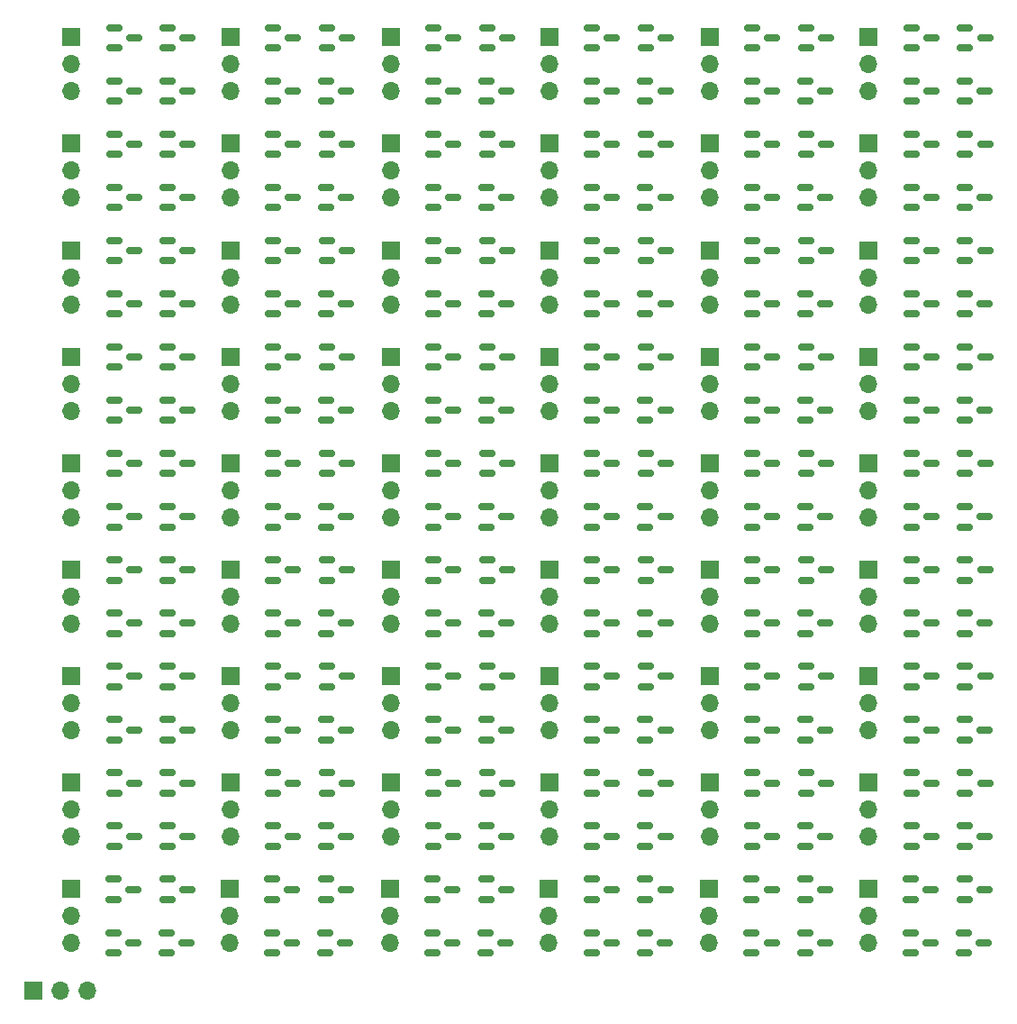
<source format=gbr>
%TF.GenerationSoftware,KiCad,Pcbnew,(6.0.10)*%
%TF.CreationDate,2023-01-14T17:24:48+01:00*%
%TF.ProjectId,transistor_party,7472616e-7369-4737-946f-725f70617274,rev?*%
%TF.SameCoordinates,Original*%
%TF.FileFunction,Soldermask,Top*%
%TF.FilePolarity,Negative*%
%FSLAX46Y46*%
G04 Gerber Fmt 4.6, Leading zero omitted, Abs format (unit mm)*
G04 Created by KiCad (PCBNEW (6.0.10)) date 2023-01-14 17:24:48*
%MOMM*%
%LPD*%
G01*
G04 APERTURE LIST*
G04 Aperture macros list*
%AMRoundRect*
0 Rectangle with rounded corners*
0 $1 Rounding radius*
0 $2 $3 $4 $5 $6 $7 $8 $9 X,Y pos of 4 corners*
0 Add a 4 corners polygon primitive as box body*
4,1,4,$2,$3,$4,$5,$6,$7,$8,$9,$2,$3,0*
0 Add four circle primitives for the rounded corners*
1,1,$1+$1,$2,$3*
1,1,$1+$1,$4,$5*
1,1,$1+$1,$6,$7*
1,1,$1+$1,$8,$9*
0 Add four rect primitives between the rounded corners*
20,1,$1+$1,$2,$3,$4,$5,0*
20,1,$1+$1,$4,$5,$6,$7,0*
20,1,$1+$1,$6,$7,$8,$9,0*
20,1,$1+$1,$8,$9,$2,$3,0*%
G04 Aperture macros list end*
%ADD10R,1.700000X1.700000*%
%ADD11O,1.700000X1.700000*%
%ADD12RoundRect,0.150000X-0.587500X-0.150000X0.587500X-0.150000X0.587500X0.150000X-0.587500X0.150000X0*%
G04 APERTURE END LIST*
D10*
%TO.C,J55*%
X54475000Y-125000000D03*
D11*
X57015000Y-125000000D03*
X59555000Y-125000000D03*
%TD*%
D12*
%TO.C,Q215*%
X136937500Y-119550000D03*
X136937500Y-121450000D03*
X138812500Y-120500000D03*
%TD*%
%TO.C,Q202*%
X128937500Y-115500000D03*
X127062500Y-116450000D03*
X127062500Y-114550000D03*
%TD*%
%TO.C,Q216*%
X141937500Y-119550000D03*
X141937500Y-121450000D03*
X143812500Y-120500000D03*
%TD*%
%TO.C,Q194*%
X68937500Y-115500000D03*
X67062500Y-116450000D03*
X67062500Y-114550000D03*
%TD*%
%TO.C,Q205*%
X62000000Y-119550000D03*
X62000000Y-121450000D03*
X63875000Y-120500000D03*
%TD*%
D11*
%TO.C,J49*%
X58000000Y-120540000D03*
X58000000Y-118000000D03*
D10*
X58000000Y-115460000D03*
%TD*%
D12*
%TO.C,Q206*%
X67000000Y-119550000D03*
X67000000Y-121450000D03*
X68875000Y-120500000D03*
%TD*%
D11*
%TO.C,J52*%
X102937500Y-120540000D03*
X102937500Y-118000000D03*
D10*
X102937500Y-115460000D03*
%TD*%
D12*
%TO.C,Q193*%
X63875000Y-115500000D03*
X62000000Y-116450000D03*
X62000000Y-114550000D03*
%TD*%
%TO.C,Q199*%
X108812500Y-115500000D03*
X106937500Y-116450000D03*
X106937500Y-114550000D03*
%TD*%
%TO.C,Q212*%
X111937500Y-119550000D03*
X111937500Y-121450000D03*
X113812500Y-120500000D03*
%TD*%
%TO.C,Q197*%
X93875000Y-115500000D03*
X92000000Y-116450000D03*
X92000000Y-114550000D03*
%TD*%
%TO.C,Q201*%
X123875000Y-115500000D03*
X122000000Y-116450000D03*
X122000000Y-114550000D03*
%TD*%
%TO.C,Q204*%
X143875000Y-115500000D03*
X142000000Y-116450000D03*
X142000000Y-114550000D03*
%TD*%
%TO.C,Q209*%
X92000000Y-119550000D03*
X92000000Y-121450000D03*
X93875000Y-120500000D03*
%TD*%
%TO.C,Q198*%
X98937500Y-115500000D03*
X97062500Y-116450000D03*
X97062500Y-114550000D03*
%TD*%
%TO.C,Q210*%
X97000000Y-119550000D03*
X97000000Y-121450000D03*
X98875000Y-120500000D03*
%TD*%
%TO.C,Q211*%
X106937500Y-119550000D03*
X106937500Y-121450000D03*
X108812500Y-120500000D03*
%TD*%
D11*
%TO.C,J51*%
X88000000Y-120540000D03*
X88000000Y-118000000D03*
D10*
X88000000Y-115460000D03*
%TD*%
D12*
%TO.C,Q200*%
X113875000Y-115500000D03*
X112000000Y-116450000D03*
X112000000Y-114550000D03*
%TD*%
%TO.C,Q196*%
X83875000Y-115500000D03*
X82000000Y-116450000D03*
X82000000Y-114550000D03*
%TD*%
%TO.C,Q207*%
X76937500Y-119550000D03*
X76937500Y-121450000D03*
X78812500Y-120500000D03*
%TD*%
%TO.C,Q195*%
X78812500Y-115500000D03*
X76937500Y-116450000D03*
X76937500Y-114550000D03*
%TD*%
D11*
%TO.C,J50*%
X72937500Y-120540000D03*
X72937500Y-118000000D03*
D10*
X72937500Y-115460000D03*
%TD*%
D12*
%TO.C,Q208*%
X81937500Y-119550000D03*
X81937500Y-121450000D03*
X83812500Y-120500000D03*
%TD*%
D11*
%TO.C,J53*%
X118000000Y-120540000D03*
X118000000Y-118000000D03*
D10*
X118000000Y-115460000D03*
%TD*%
D12*
%TO.C,Q213*%
X122000000Y-119550000D03*
X122000000Y-121450000D03*
X123875000Y-120500000D03*
%TD*%
%TO.C,Q203*%
X138812500Y-115500000D03*
X136937500Y-116450000D03*
X136937500Y-114550000D03*
%TD*%
D11*
%TO.C,J54*%
X132937500Y-120540000D03*
X132937500Y-118000000D03*
D10*
X132937500Y-115460000D03*
%TD*%
D12*
%TO.C,Q214*%
X127000000Y-119550000D03*
X127000000Y-121450000D03*
X128875000Y-120500000D03*
%TD*%
%TO.C,Q143*%
X137000000Y-89550000D03*
X137000000Y-91450000D03*
X138875000Y-90500000D03*
%TD*%
%TO.C,Q130*%
X129000000Y-85500000D03*
X127125000Y-86450000D03*
X127125000Y-84550000D03*
%TD*%
%TO.C,Q98*%
X69000000Y-75500000D03*
X67125000Y-76450000D03*
X67125000Y-74550000D03*
%TD*%
%TO.C,Q109*%
X62062500Y-79550000D03*
X62062500Y-81450000D03*
X63937500Y-80500000D03*
%TD*%
D11*
%TO.C,J25*%
X58062500Y-80540000D03*
X58062500Y-78000000D03*
D10*
X58062500Y-75460000D03*
%TD*%
D12*
%TO.C,Q110*%
X67062500Y-79550000D03*
X67062500Y-81450000D03*
X68937500Y-80500000D03*
%TD*%
D11*
%TO.C,J28*%
X103000000Y-80540000D03*
X103000000Y-78000000D03*
D10*
X103000000Y-75460000D03*
%TD*%
D12*
%TO.C,Q97*%
X63937500Y-75500000D03*
X62062500Y-76450000D03*
X62062500Y-74550000D03*
%TD*%
%TO.C,Q191*%
X137000000Y-109550000D03*
X137000000Y-111450000D03*
X138875000Y-110500000D03*
%TD*%
%TO.C,Q178*%
X129000000Y-105500000D03*
X127125000Y-106450000D03*
X127125000Y-104550000D03*
%TD*%
%TO.C,Q146*%
X69000000Y-95500000D03*
X67125000Y-96450000D03*
X67125000Y-94550000D03*
%TD*%
%TO.C,Q157*%
X62062500Y-99550000D03*
X62062500Y-101450000D03*
X63937500Y-100500000D03*
%TD*%
D11*
%TO.C,J37*%
X58062500Y-100540000D03*
X58062500Y-98000000D03*
D10*
X58062500Y-95460000D03*
%TD*%
D12*
%TO.C,Q158*%
X67062500Y-99550000D03*
X67062500Y-101450000D03*
X68937500Y-100500000D03*
%TD*%
D11*
%TO.C,J40*%
X103000000Y-100540000D03*
X103000000Y-98000000D03*
D10*
X103000000Y-95460000D03*
%TD*%
D12*
%TO.C,Q145*%
X63937500Y-95500000D03*
X62062500Y-96450000D03*
X62062500Y-94550000D03*
%TD*%
%TO.C,Q168*%
X142000000Y-99550000D03*
X142000000Y-101450000D03*
X143875000Y-100500000D03*
%TD*%
%TO.C,Q120*%
X142000000Y-79550000D03*
X142000000Y-81450000D03*
X143875000Y-80500000D03*
%TD*%
%TO.C,Q119*%
X137000000Y-79550000D03*
X137000000Y-81450000D03*
X138875000Y-80500000D03*
%TD*%
%TO.C,Q103*%
X108875000Y-75500000D03*
X107000000Y-76450000D03*
X107000000Y-74550000D03*
%TD*%
%TO.C,Q116*%
X112000000Y-79550000D03*
X112000000Y-81450000D03*
X113875000Y-80500000D03*
%TD*%
%TO.C,Q101*%
X93937500Y-75500000D03*
X92062500Y-76450000D03*
X92062500Y-74550000D03*
%TD*%
%TO.C,Q122*%
X69000000Y-85500000D03*
X67125000Y-86450000D03*
X67125000Y-84550000D03*
%TD*%
%TO.C,Q133*%
X62062500Y-89550000D03*
X62062500Y-91450000D03*
X63937500Y-90500000D03*
%TD*%
D11*
%TO.C,J31*%
X58062500Y-90540000D03*
X58062500Y-88000000D03*
D10*
X58062500Y-85460000D03*
%TD*%
D12*
%TO.C,Q134*%
X67062500Y-89550000D03*
X67062500Y-91450000D03*
X68937500Y-90500000D03*
%TD*%
D11*
%TO.C,J34*%
X103000000Y-90540000D03*
X103000000Y-88000000D03*
D10*
X103000000Y-85460000D03*
%TD*%
D12*
%TO.C,Q121*%
X63937500Y-85500000D03*
X62062500Y-86450000D03*
X62062500Y-84550000D03*
%TD*%
%TO.C,Q144*%
X142000000Y-89550000D03*
X142000000Y-91450000D03*
X143875000Y-90500000D03*
%TD*%
%TO.C,Q192*%
X142000000Y-109550000D03*
X142000000Y-111450000D03*
X143875000Y-110500000D03*
%TD*%
%TO.C,Q127*%
X108875000Y-85500000D03*
X107000000Y-86450000D03*
X107000000Y-84550000D03*
%TD*%
%TO.C,Q140*%
X112000000Y-89550000D03*
X112000000Y-91450000D03*
X113875000Y-90500000D03*
%TD*%
%TO.C,Q125*%
X93937500Y-85500000D03*
X92062500Y-86450000D03*
X92062500Y-84550000D03*
%TD*%
%TO.C,Q129*%
X123937500Y-85500000D03*
X122062500Y-86450000D03*
X122062500Y-84550000D03*
%TD*%
%TO.C,Q132*%
X143937500Y-85500000D03*
X142062500Y-86450000D03*
X142062500Y-84550000D03*
%TD*%
%TO.C,Q137*%
X92062500Y-89550000D03*
X92062500Y-91450000D03*
X93937500Y-90500000D03*
%TD*%
%TO.C,Q126*%
X99000000Y-85500000D03*
X97125000Y-86450000D03*
X97125000Y-84550000D03*
%TD*%
%TO.C,Q138*%
X97062500Y-89550000D03*
X97062500Y-91450000D03*
X98937500Y-90500000D03*
%TD*%
%TO.C,Q139*%
X107000000Y-89550000D03*
X107000000Y-91450000D03*
X108875000Y-90500000D03*
%TD*%
D11*
%TO.C,J33*%
X88062500Y-90540000D03*
X88062500Y-88000000D03*
D10*
X88062500Y-85460000D03*
%TD*%
D12*
%TO.C,Q128*%
X113937500Y-85500000D03*
X112062500Y-86450000D03*
X112062500Y-84550000D03*
%TD*%
%TO.C,Q124*%
X83937500Y-85500000D03*
X82062500Y-86450000D03*
X82062500Y-84550000D03*
%TD*%
%TO.C,Q135*%
X77000000Y-89550000D03*
X77000000Y-91450000D03*
X78875000Y-90500000D03*
%TD*%
D11*
%TO.C,J39*%
X88062500Y-100540000D03*
X88062500Y-98000000D03*
D10*
X88062500Y-95460000D03*
%TD*%
D12*
%TO.C,Q152*%
X113937500Y-95500000D03*
X112062500Y-96450000D03*
X112062500Y-94550000D03*
%TD*%
%TO.C,Q148*%
X83937500Y-95500000D03*
X82062500Y-96450000D03*
X82062500Y-94550000D03*
%TD*%
%TO.C,Q159*%
X77000000Y-99550000D03*
X77000000Y-101450000D03*
X78875000Y-100500000D03*
%TD*%
%TO.C,Q147*%
X78875000Y-95500000D03*
X77000000Y-96450000D03*
X77000000Y-94550000D03*
%TD*%
D11*
%TO.C,J38*%
X73000000Y-100540000D03*
X73000000Y-98000000D03*
D10*
X73000000Y-95460000D03*
%TD*%
D12*
%TO.C,Q160*%
X82000000Y-99550000D03*
X82000000Y-101450000D03*
X83875000Y-100500000D03*
%TD*%
%TO.C,Q166*%
X127062500Y-99550000D03*
X127062500Y-101450000D03*
X128937500Y-100500000D03*
%TD*%
%TO.C,Q154*%
X129000000Y-95500000D03*
X127125000Y-96450000D03*
X127125000Y-94550000D03*
%TD*%
D11*
%TO.C,J42*%
X133000000Y-100540000D03*
X133000000Y-98000000D03*
D10*
X133000000Y-95460000D03*
%TD*%
D12*
%TO.C,Q165*%
X122062500Y-99550000D03*
X122062500Y-101450000D03*
X123937500Y-100500000D03*
%TD*%
D11*
%TO.C,J41*%
X118062500Y-100540000D03*
X118062500Y-98000000D03*
D10*
X118062500Y-95460000D03*
%TD*%
D12*
%TO.C,Q155*%
X138875000Y-95500000D03*
X137000000Y-96450000D03*
X137000000Y-94550000D03*
%TD*%
%TO.C,Q105*%
X123937500Y-75500000D03*
X122062500Y-76450000D03*
X122062500Y-74550000D03*
%TD*%
%TO.C,Q123*%
X78875000Y-85500000D03*
X77000000Y-86450000D03*
X77000000Y-84550000D03*
%TD*%
D11*
%TO.C,J32*%
X73000000Y-90540000D03*
X73000000Y-88000000D03*
D10*
X73000000Y-85460000D03*
%TD*%
D12*
%TO.C,Q136*%
X82000000Y-89550000D03*
X82000000Y-91450000D03*
X83875000Y-90500000D03*
%TD*%
D11*
%TO.C,J35*%
X118062500Y-90540000D03*
X118062500Y-88000000D03*
D10*
X118062500Y-85460000D03*
%TD*%
D12*
%TO.C,Q141*%
X122062500Y-89550000D03*
X122062500Y-91450000D03*
X123937500Y-90500000D03*
%TD*%
%TO.C,Q131*%
X138875000Y-85500000D03*
X137000000Y-86450000D03*
X137000000Y-84550000D03*
%TD*%
D11*
%TO.C,J36*%
X133000000Y-90540000D03*
X133000000Y-88000000D03*
D10*
X133000000Y-85460000D03*
%TD*%
D12*
%TO.C,Q108*%
X143937500Y-75500000D03*
X142062500Y-76450000D03*
X142062500Y-74550000D03*
%TD*%
%TO.C,Q167*%
X137000000Y-99550000D03*
X137000000Y-101450000D03*
X138875000Y-100500000D03*
%TD*%
%TO.C,Q151*%
X108875000Y-95500000D03*
X107000000Y-96450000D03*
X107000000Y-94550000D03*
%TD*%
%TO.C,Q164*%
X112000000Y-99550000D03*
X112000000Y-101450000D03*
X113875000Y-100500000D03*
%TD*%
%TO.C,Q149*%
X93937500Y-95500000D03*
X92062500Y-96450000D03*
X92062500Y-94550000D03*
%TD*%
%TO.C,Q170*%
X69000000Y-105500000D03*
X67125000Y-106450000D03*
X67125000Y-104550000D03*
%TD*%
%TO.C,Q181*%
X62062500Y-109550000D03*
X62062500Y-111450000D03*
X63937500Y-110500000D03*
%TD*%
D11*
%TO.C,J43*%
X58062500Y-110540000D03*
X58062500Y-108000000D03*
D10*
X58062500Y-105460000D03*
%TD*%
D12*
%TO.C,Q182*%
X67062500Y-109550000D03*
X67062500Y-111450000D03*
X68937500Y-110500000D03*
%TD*%
D11*
%TO.C,J46*%
X103000000Y-110540000D03*
X103000000Y-108000000D03*
D10*
X103000000Y-105460000D03*
%TD*%
D12*
%TO.C,Q169*%
X63937500Y-105500000D03*
X62062500Y-106450000D03*
X62062500Y-104550000D03*
%TD*%
%TO.C,Q175*%
X108875000Y-105500000D03*
X107000000Y-106450000D03*
X107000000Y-104550000D03*
%TD*%
%TO.C,Q188*%
X112000000Y-109550000D03*
X112000000Y-111450000D03*
X113875000Y-110500000D03*
%TD*%
%TO.C,Q173*%
X93937500Y-105500000D03*
X92062500Y-106450000D03*
X92062500Y-104550000D03*
%TD*%
%TO.C,Q177*%
X123937500Y-105500000D03*
X122062500Y-106450000D03*
X122062500Y-104550000D03*
%TD*%
%TO.C,Q180*%
X143937500Y-105500000D03*
X142062500Y-106450000D03*
X142062500Y-104550000D03*
%TD*%
%TO.C,Q185*%
X92062500Y-109550000D03*
X92062500Y-111450000D03*
X93937500Y-110500000D03*
%TD*%
%TO.C,Q174*%
X99000000Y-105500000D03*
X97125000Y-106450000D03*
X97125000Y-104550000D03*
%TD*%
%TO.C,Q186*%
X97062500Y-109550000D03*
X97062500Y-111450000D03*
X98937500Y-110500000D03*
%TD*%
%TO.C,Q187*%
X107000000Y-109550000D03*
X107000000Y-111450000D03*
X108875000Y-110500000D03*
%TD*%
D11*
%TO.C,J45*%
X88062500Y-110540000D03*
X88062500Y-108000000D03*
D10*
X88062500Y-105460000D03*
%TD*%
D12*
%TO.C,Q176*%
X113937500Y-105500000D03*
X112062500Y-106450000D03*
X112062500Y-104550000D03*
%TD*%
%TO.C,Q172*%
X83937500Y-105500000D03*
X82062500Y-106450000D03*
X82062500Y-104550000D03*
%TD*%
%TO.C,Q183*%
X77000000Y-109550000D03*
X77000000Y-111450000D03*
X78875000Y-110500000D03*
%TD*%
%TO.C,Q153*%
X123937500Y-95500000D03*
X122062500Y-96450000D03*
X122062500Y-94550000D03*
%TD*%
%TO.C,Q171*%
X78875000Y-105500000D03*
X77000000Y-106450000D03*
X77000000Y-104550000D03*
%TD*%
D11*
%TO.C,J44*%
X73000000Y-110540000D03*
X73000000Y-108000000D03*
D10*
X73000000Y-105460000D03*
%TD*%
D12*
%TO.C,Q184*%
X82000000Y-109550000D03*
X82000000Y-111450000D03*
X83875000Y-110500000D03*
%TD*%
D11*
%TO.C,J47*%
X118062500Y-110540000D03*
X118062500Y-108000000D03*
D10*
X118062500Y-105460000D03*
%TD*%
D12*
%TO.C,Q189*%
X122062500Y-109550000D03*
X122062500Y-111450000D03*
X123937500Y-110500000D03*
%TD*%
%TO.C,Q179*%
X138875000Y-105500000D03*
X137000000Y-106450000D03*
X137000000Y-104550000D03*
%TD*%
D11*
%TO.C,J48*%
X133000000Y-110540000D03*
X133000000Y-108000000D03*
D10*
X133000000Y-105460000D03*
%TD*%
D12*
%TO.C,Q156*%
X143937500Y-95500000D03*
X142062500Y-96450000D03*
X142062500Y-94550000D03*
%TD*%
%TO.C,Q190*%
X127062500Y-109550000D03*
X127062500Y-111450000D03*
X128937500Y-110500000D03*
%TD*%
%TO.C,Q161*%
X92062500Y-99550000D03*
X92062500Y-101450000D03*
X93937500Y-100500000D03*
%TD*%
%TO.C,Q150*%
X99000000Y-95500000D03*
X97125000Y-96450000D03*
X97125000Y-94550000D03*
%TD*%
%TO.C,Q162*%
X97062500Y-99550000D03*
X97062500Y-101450000D03*
X98937500Y-100500000D03*
%TD*%
%TO.C,Q163*%
X107000000Y-99550000D03*
X107000000Y-101450000D03*
X108875000Y-100500000D03*
%TD*%
%TO.C,Q142*%
X127062500Y-89550000D03*
X127062500Y-91450000D03*
X128937500Y-90500000D03*
%TD*%
%TO.C,Q113*%
X92062500Y-79550000D03*
X92062500Y-81450000D03*
X93937500Y-80500000D03*
%TD*%
%TO.C,Q102*%
X99000000Y-75500000D03*
X97125000Y-76450000D03*
X97125000Y-74550000D03*
%TD*%
%TO.C,Q114*%
X97062500Y-79550000D03*
X97062500Y-81450000D03*
X98937500Y-80500000D03*
%TD*%
%TO.C,Q115*%
X107000000Y-79550000D03*
X107000000Y-81450000D03*
X108875000Y-80500000D03*
%TD*%
D11*
%TO.C,J27*%
X88062500Y-80540000D03*
X88062500Y-78000000D03*
D10*
X88062500Y-75460000D03*
%TD*%
D12*
%TO.C,Q104*%
X113937500Y-75500000D03*
X112062500Y-76450000D03*
X112062500Y-74550000D03*
%TD*%
%TO.C,Q100*%
X83937500Y-75500000D03*
X82062500Y-76450000D03*
X82062500Y-74550000D03*
%TD*%
%TO.C,Q111*%
X77000000Y-79550000D03*
X77000000Y-81450000D03*
X78875000Y-80500000D03*
%TD*%
%TO.C,Q99*%
X78875000Y-75500000D03*
X77000000Y-76450000D03*
X77000000Y-74550000D03*
%TD*%
D11*
%TO.C,J26*%
X73000000Y-80540000D03*
X73000000Y-78000000D03*
D10*
X73000000Y-75460000D03*
%TD*%
D12*
%TO.C,Q112*%
X82000000Y-79550000D03*
X82000000Y-81450000D03*
X83875000Y-80500000D03*
%TD*%
%TO.C,Q118*%
X127062500Y-79550000D03*
X127062500Y-81450000D03*
X128937500Y-80500000D03*
%TD*%
%TO.C,Q106*%
X129000000Y-75500000D03*
X127125000Y-76450000D03*
X127125000Y-74550000D03*
%TD*%
D11*
%TO.C,J30*%
X133000000Y-80540000D03*
X133000000Y-78000000D03*
D10*
X133000000Y-75460000D03*
%TD*%
D11*
%TO.C,J29*%
X118062500Y-80540000D03*
X118062500Y-78000000D03*
D10*
X118062500Y-75460000D03*
%TD*%
D12*
%TO.C,Q117*%
X122062500Y-79550000D03*
X122062500Y-81450000D03*
X123937500Y-80500000D03*
%TD*%
%TO.C,Q107*%
X138875000Y-75500000D03*
X137000000Y-76450000D03*
X137000000Y-74550000D03*
%TD*%
%TO.C,Q95*%
X137000000Y-69550000D03*
X137000000Y-71450000D03*
X138875000Y-70500000D03*
%TD*%
%TO.C,Q82*%
X129000000Y-65500000D03*
X127125000Y-66450000D03*
X127125000Y-64550000D03*
%TD*%
%TO.C,Q50*%
X69000000Y-55500000D03*
X67125000Y-56450000D03*
X67125000Y-54550000D03*
%TD*%
%TO.C,Q61*%
X62062500Y-59550000D03*
X62062500Y-61450000D03*
X63937500Y-60500000D03*
%TD*%
D11*
%TO.C,J13*%
X58062500Y-60540000D03*
X58062500Y-58000000D03*
D10*
X58062500Y-55460000D03*
%TD*%
D12*
%TO.C,Q62*%
X67062500Y-59550000D03*
X67062500Y-61450000D03*
X68937500Y-60500000D03*
%TD*%
D11*
%TO.C,J16*%
X103000000Y-60540000D03*
X103000000Y-58000000D03*
D10*
X103000000Y-55460000D03*
%TD*%
D12*
%TO.C,Q49*%
X63937500Y-55500000D03*
X62062500Y-56450000D03*
X62062500Y-54550000D03*
%TD*%
%TO.C,Q72*%
X142000000Y-59550000D03*
X142000000Y-61450000D03*
X143875000Y-60500000D03*
%TD*%
%TO.C,Q71*%
X137000000Y-59550000D03*
X137000000Y-61450000D03*
X138875000Y-60500000D03*
%TD*%
%TO.C,Q55*%
X108875000Y-55500000D03*
X107000000Y-56450000D03*
X107000000Y-54550000D03*
%TD*%
%TO.C,Q68*%
X112000000Y-59550000D03*
X112000000Y-61450000D03*
X113875000Y-60500000D03*
%TD*%
%TO.C,Q53*%
X93937500Y-55500000D03*
X92062500Y-56450000D03*
X92062500Y-54550000D03*
%TD*%
%TO.C,Q74*%
X69000000Y-65500000D03*
X67125000Y-66450000D03*
X67125000Y-64550000D03*
%TD*%
%TO.C,Q85*%
X62062500Y-69550000D03*
X62062500Y-71450000D03*
X63937500Y-70500000D03*
%TD*%
D11*
%TO.C,J19*%
X58062500Y-70540000D03*
X58062500Y-68000000D03*
D10*
X58062500Y-65460000D03*
%TD*%
D12*
%TO.C,Q86*%
X67062500Y-69550000D03*
X67062500Y-71450000D03*
X68937500Y-70500000D03*
%TD*%
D11*
%TO.C,J22*%
X103000000Y-70540000D03*
X103000000Y-68000000D03*
D10*
X103000000Y-65460000D03*
%TD*%
D12*
%TO.C,Q73*%
X63937500Y-65500000D03*
X62062500Y-66450000D03*
X62062500Y-64550000D03*
%TD*%
%TO.C,Q96*%
X142000000Y-69550000D03*
X142000000Y-71450000D03*
X143875000Y-70500000D03*
%TD*%
%TO.C,Q79*%
X108875000Y-65500000D03*
X107000000Y-66450000D03*
X107000000Y-64550000D03*
%TD*%
%TO.C,Q92*%
X112000000Y-69550000D03*
X112000000Y-71450000D03*
X113875000Y-70500000D03*
%TD*%
%TO.C,Q77*%
X93937500Y-65500000D03*
X92062500Y-66450000D03*
X92062500Y-64550000D03*
%TD*%
%TO.C,Q81*%
X123937500Y-65500000D03*
X122062500Y-66450000D03*
X122062500Y-64550000D03*
%TD*%
%TO.C,Q84*%
X143937500Y-65500000D03*
X142062500Y-66450000D03*
X142062500Y-64550000D03*
%TD*%
%TO.C,Q89*%
X92062500Y-69550000D03*
X92062500Y-71450000D03*
X93937500Y-70500000D03*
%TD*%
%TO.C,Q78*%
X99000000Y-65500000D03*
X97125000Y-66450000D03*
X97125000Y-64550000D03*
%TD*%
%TO.C,Q90*%
X97062500Y-69550000D03*
X97062500Y-71450000D03*
X98937500Y-70500000D03*
%TD*%
%TO.C,Q91*%
X107000000Y-69550000D03*
X107000000Y-71450000D03*
X108875000Y-70500000D03*
%TD*%
D11*
%TO.C,J21*%
X88062500Y-70540000D03*
X88062500Y-68000000D03*
D10*
X88062500Y-65460000D03*
%TD*%
D12*
%TO.C,Q80*%
X113937500Y-65500000D03*
X112062500Y-66450000D03*
X112062500Y-64550000D03*
%TD*%
%TO.C,Q76*%
X83937500Y-65500000D03*
X82062500Y-66450000D03*
X82062500Y-64550000D03*
%TD*%
%TO.C,Q87*%
X77000000Y-69550000D03*
X77000000Y-71450000D03*
X78875000Y-70500000D03*
%TD*%
%TO.C,Q57*%
X123937500Y-55500000D03*
X122062500Y-56450000D03*
X122062500Y-54550000D03*
%TD*%
%TO.C,Q75*%
X78875000Y-65500000D03*
X77000000Y-66450000D03*
X77000000Y-64550000D03*
%TD*%
D11*
%TO.C,J20*%
X73000000Y-70540000D03*
X73000000Y-68000000D03*
D10*
X73000000Y-65460000D03*
%TD*%
D12*
%TO.C,Q88*%
X82000000Y-69550000D03*
X82000000Y-71450000D03*
X83875000Y-70500000D03*
%TD*%
D11*
%TO.C,J23*%
X118062500Y-70540000D03*
X118062500Y-68000000D03*
D10*
X118062500Y-65460000D03*
%TD*%
D12*
%TO.C,Q93*%
X122062500Y-69550000D03*
X122062500Y-71450000D03*
X123937500Y-70500000D03*
%TD*%
%TO.C,Q83*%
X138875000Y-65500000D03*
X137000000Y-66450000D03*
X137000000Y-64550000D03*
%TD*%
D11*
%TO.C,J24*%
X133000000Y-70540000D03*
X133000000Y-68000000D03*
D10*
X133000000Y-65460000D03*
%TD*%
D12*
%TO.C,Q60*%
X143937500Y-55500000D03*
X142062500Y-56450000D03*
X142062500Y-54550000D03*
%TD*%
%TO.C,Q94*%
X127062500Y-69550000D03*
X127062500Y-71450000D03*
X128937500Y-70500000D03*
%TD*%
%TO.C,Q65*%
X92062500Y-59550000D03*
X92062500Y-61450000D03*
X93937500Y-60500000D03*
%TD*%
%TO.C,Q54*%
X99000000Y-55500000D03*
X97125000Y-56450000D03*
X97125000Y-54550000D03*
%TD*%
%TO.C,Q66*%
X97062500Y-59550000D03*
X97062500Y-61450000D03*
X98937500Y-60500000D03*
%TD*%
%TO.C,Q67*%
X107000000Y-59550000D03*
X107000000Y-61450000D03*
X108875000Y-60500000D03*
%TD*%
D11*
%TO.C,J15*%
X88062500Y-60540000D03*
X88062500Y-58000000D03*
D10*
X88062500Y-55460000D03*
%TD*%
D12*
%TO.C,Q56*%
X113937500Y-55500000D03*
X112062500Y-56450000D03*
X112062500Y-54550000D03*
%TD*%
%TO.C,Q52*%
X83937500Y-55500000D03*
X82062500Y-56450000D03*
X82062500Y-54550000D03*
%TD*%
%TO.C,Q63*%
X77000000Y-59550000D03*
X77000000Y-61450000D03*
X78875000Y-60500000D03*
%TD*%
%TO.C,Q51*%
X78875000Y-55500000D03*
X77000000Y-56450000D03*
X77000000Y-54550000D03*
%TD*%
D11*
%TO.C,J14*%
X73000000Y-60540000D03*
X73000000Y-58000000D03*
D10*
X73000000Y-55460000D03*
%TD*%
D12*
%TO.C,Q64*%
X82000000Y-59550000D03*
X82000000Y-61450000D03*
X83875000Y-60500000D03*
%TD*%
%TO.C,Q70*%
X127062500Y-59550000D03*
X127062500Y-61450000D03*
X128937500Y-60500000D03*
%TD*%
%TO.C,Q58*%
X129000000Y-55500000D03*
X127125000Y-56450000D03*
X127125000Y-54550000D03*
%TD*%
D11*
%TO.C,J18*%
X133000000Y-60540000D03*
X133000000Y-58000000D03*
D10*
X133000000Y-55460000D03*
%TD*%
D11*
%TO.C,J17*%
X118062500Y-60540000D03*
X118062500Y-58000000D03*
D10*
X118062500Y-55460000D03*
%TD*%
D12*
%TO.C,Q69*%
X122062500Y-59550000D03*
X122062500Y-61450000D03*
X123937500Y-60500000D03*
%TD*%
%TO.C,Q59*%
X138875000Y-55500000D03*
X137000000Y-56450000D03*
X137000000Y-54550000D03*
%TD*%
%TO.C,Q26*%
X69000000Y-45500000D03*
X67125000Y-46450000D03*
X67125000Y-44550000D03*
%TD*%
%TO.C,Q37*%
X62062500Y-49550000D03*
X62062500Y-51450000D03*
X63937500Y-50500000D03*
%TD*%
D11*
%TO.C,J7*%
X58062500Y-50540000D03*
X58062500Y-48000000D03*
D10*
X58062500Y-45460000D03*
%TD*%
D12*
%TO.C,Q38*%
X67062500Y-49550000D03*
X67062500Y-51450000D03*
X68937500Y-50500000D03*
%TD*%
D11*
%TO.C,J10*%
X103000000Y-50540000D03*
X103000000Y-48000000D03*
D10*
X103000000Y-45460000D03*
%TD*%
D12*
%TO.C,Q25*%
X63937500Y-45500000D03*
X62062500Y-46450000D03*
X62062500Y-44550000D03*
%TD*%
%TO.C,Q48*%
X142000000Y-49550000D03*
X142000000Y-51450000D03*
X143875000Y-50500000D03*
%TD*%
%TO.C,Q47*%
X137000000Y-49550000D03*
X137000000Y-51450000D03*
X138875000Y-50500000D03*
%TD*%
%TO.C,Q31*%
X108875000Y-45500000D03*
X107000000Y-46450000D03*
X107000000Y-44550000D03*
%TD*%
%TO.C,Q44*%
X112000000Y-49550000D03*
X112000000Y-51450000D03*
X113875000Y-50500000D03*
%TD*%
%TO.C,Q29*%
X93937500Y-45500000D03*
X92062500Y-46450000D03*
X92062500Y-44550000D03*
%TD*%
%TO.C,Q33*%
X123937500Y-45500000D03*
X122062500Y-46450000D03*
X122062500Y-44550000D03*
%TD*%
%TO.C,Q36*%
X143937500Y-45500000D03*
X142062500Y-46450000D03*
X142062500Y-44550000D03*
%TD*%
%TO.C,Q41*%
X92062500Y-49550000D03*
X92062500Y-51450000D03*
X93937500Y-50500000D03*
%TD*%
%TO.C,Q30*%
X99000000Y-45500000D03*
X97125000Y-46450000D03*
X97125000Y-44550000D03*
%TD*%
%TO.C,Q42*%
X97062500Y-49550000D03*
X97062500Y-51450000D03*
X98937500Y-50500000D03*
%TD*%
%TO.C,Q43*%
X107000000Y-49550000D03*
X107000000Y-51450000D03*
X108875000Y-50500000D03*
%TD*%
D11*
%TO.C,J9*%
X88062500Y-50540000D03*
X88062500Y-48000000D03*
D10*
X88062500Y-45460000D03*
%TD*%
D12*
%TO.C,Q32*%
X113937500Y-45500000D03*
X112062500Y-46450000D03*
X112062500Y-44550000D03*
%TD*%
%TO.C,Q28*%
X83937500Y-45500000D03*
X82062500Y-46450000D03*
X82062500Y-44550000D03*
%TD*%
%TO.C,Q39*%
X77000000Y-49550000D03*
X77000000Y-51450000D03*
X78875000Y-50500000D03*
%TD*%
%TO.C,Q27*%
X78875000Y-45500000D03*
X77000000Y-46450000D03*
X77000000Y-44550000D03*
%TD*%
D11*
%TO.C,J8*%
X73000000Y-50540000D03*
X73000000Y-48000000D03*
D10*
X73000000Y-45460000D03*
%TD*%
D12*
%TO.C,Q40*%
X82000000Y-49550000D03*
X82000000Y-51450000D03*
X83875000Y-50500000D03*
%TD*%
%TO.C,Q46*%
X127062500Y-49550000D03*
X127062500Y-51450000D03*
X128937500Y-50500000D03*
%TD*%
%TO.C,Q34*%
X129000000Y-45500000D03*
X127125000Y-46450000D03*
X127125000Y-44550000D03*
%TD*%
D11*
%TO.C,J12*%
X133000000Y-50540000D03*
X133000000Y-48000000D03*
D10*
X133000000Y-45460000D03*
%TD*%
D11*
%TO.C,J11*%
X118062500Y-50540000D03*
X118062500Y-48000000D03*
D10*
X118062500Y-45460000D03*
%TD*%
D12*
%TO.C,Q45*%
X122062500Y-49550000D03*
X122062500Y-51450000D03*
X123937500Y-50500000D03*
%TD*%
%TO.C,Q35*%
X138875000Y-45500000D03*
X137000000Y-46450000D03*
X137000000Y-44550000D03*
%TD*%
D11*
%TO.C,J6*%
X133000000Y-40540000D03*
X133000000Y-38000000D03*
D10*
X133000000Y-35460000D03*
%TD*%
D12*
%TO.C,Q11*%
X138875000Y-35500000D03*
X137000000Y-36450000D03*
X137000000Y-34550000D03*
%TD*%
%TO.C,Q24*%
X142000000Y-39550000D03*
X142000000Y-41450000D03*
X143875000Y-40500000D03*
%TD*%
%TO.C,Q9*%
X123937500Y-35500000D03*
X122062500Y-36450000D03*
X122062500Y-34550000D03*
%TD*%
%TO.C,Q21*%
X122062500Y-39550000D03*
X122062500Y-41450000D03*
X123937500Y-40500000D03*
%TD*%
%TO.C,Q10*%
X129000000Y-35500000D03*
X127125000Y-36450000D03*
X127125000Y-34550000D03*
%TD*%
%TO.C,Q22*%
X127062500Y-39550000D03*
X127062500Y-41450000D03*
X128937500Y-40500000D03*
%TD*%
%TO.C,Q23*%
X137000000Y-39550000D03*
X137000000Y-41450000D03*
X138875000Y-40500000D03*
%TD*%
D11*
%TO.C,J5*%
X118062500Y-40540000D03*
X118062500Y-38000000D03*
D10*
X118062500Y-35460000D03*
%TD*%
D12*
%TO.C,Q12*%
X143937500Y-35500000D03*
X142062500Y-36450000D03*
X142062500Y-34550000D03*
%TD*%
%TO.C,Q6*%
X99000000Y-35500000D03*
X97125000Y-36450000D03*
X97125000Y-34550000D03*
%TD*%
%TO.C,Q17*%
X92062500Y-39550000D03*
X92062500Y-41450000D03*
X93937500Y-40500000D03*
%TD*%
D11*
%TO.C,J3*%
X88062500Y-40540000D03*
X88062500Y-38000000D03*
D10*
X88062500Y-35460000D03*
%TD*%
D12*
%TO.C,Q18*%
X97062500Y-39550000D03*
X97062500Y-41450000D03*
X98937500Y-40500000D03*
%TD*%
%TO.C,Q5*%
X93937500Y-35500000D03*
X92062500Y-36450000D03*
X92062500Y-34550000D03*
%TD*%
%TO.C,Q8*%
X113937500Y-35500000D03*
X112062500Y-36450000D03*
X112062500Y-34550000D03*
%TD*%
%TO.C,Q19*%
X107000000Y-39550000D03*
X107000000Y-41450000D03*
X108875000Y-40500000D03*
%TD*%
%TO.C,Q7*%
X108875000Y-35500000D03*
X107000000Y-36450000D03*
X107000000Y-34550000D03*
%TD*%
D11*
%TO.C,J4*%
X103000000Y-40540000D03*
X103000000Y-38000000D03*
D10*
X103000000Y-35460000D03*
%TD*%
D12*
%TO.C,Q20*%
X112000000Y-39550000D03*
X112000000Y-41450000D03*
X113875000Y-40500000D03*
%TD*%
%TO.C,Q4*%
X83937500Y-35500000D03*
X82062500Y-36450000D03*
X82062500Y-34550000D03*
%TD*%
%TO.C,Q15*%
X77000000Y-39550000D03*
X77000000Y-41450000D03*
X78875000Y-40500000D03*
%TD*%
D11*
%TO.C,J2*%
X73000000Y-40540000D03*
X73000000Y-38000000D03*
D10*
X73000000Y-35460000D03*
%TD*%
D12*
%TO.C,Q16*%
X82000000Y-39550000D03*
X82000000Y-41450000D03*
X83875000Y-40500000D03*
%TD*%
%TO.C,Q3*%
X78875000Y-35500000D03*
X77000000Y-36450000D03*
X77000000Y-34550000D03*
%TD*%
%TO.C,Q1*%
X63937500Y-35500000D03*
X62062500Y-36450000D03*
X62062500Y-34550000D03*
%TD*%
%TO.C,Q14*%
X67062500Y-39550000D03*
X67062500Y-41450000D03*
X68937500Y-40500000D03*
%TD*%
%TO.C,Q2*%
X69000000Y-35500000D03*
X67125000Y-36450000D03*
X67125000Y-34550000D03*
%TD*%
%TO.C,Q13*%
X62062500Y-39550000D03*
X62062500Y-41450000D03*
X63937500Y-40500000D03*
%TD*%
D11*
%TO.C,J1*%
X58062500Y-40540000D03*
X58062500Y-38000000D03*
D10*
X58062500Y-35460000D03*
%TD*%
M02*

</source>
